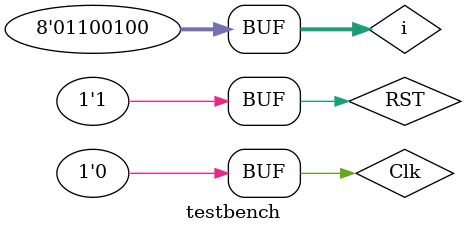
<source format=v>
`timescale 1ns / 1ps


module testbench;

	// Inputs
	reg Clk;
	reg RST;

	// Outputs
	wire [3:0] OUT;
	reg [7:0] i;

	// Instantiate the Unit Under Test (UUT)
	DEMXUONG4BIT uut (
		.Clk(Clk), 
		.RST(RST), 
		.OUT(OUT)
	);

	initial begin
		// Initialize Inputs
		Clk = 0;
		RST = 0;

		// Wait 100 ns for global reset to finish
		#100;
        
		// Add stimulus here
	for(i=0; i<100; i=i+1)
	begin
		#5 Clk = ~Clk;
		if(i==3) RST=1;
	end
	end
      
endmodule


</source>
